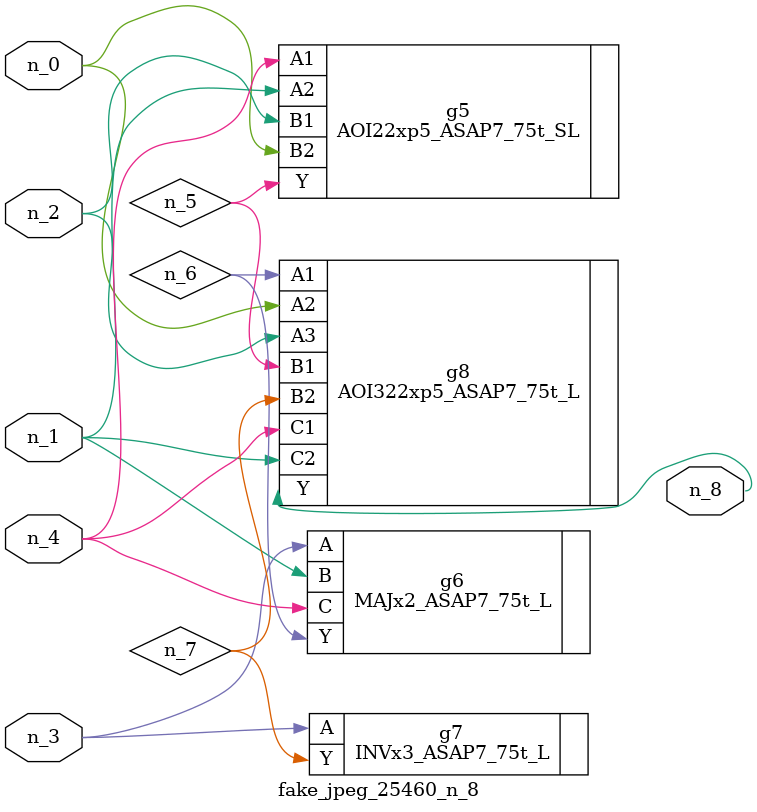
<source format=v>
module fake_jpeg_25460_n_8 (n_3, n_2, n_1, n_0, n_4, n_8);

input n_3;
input n_2;
input n_1;
input n_0;
input n_4;

output n_8;

wire n_6;
wire n_5;
wire n_7;

AOI22xp5_ASAP7_75t_SL g5 ( 
.A1(n_4),
.A2(n_1),
.B1(n_2),
.B2(n_0),
.Y(n_5)
);

MAJx2_ASAP7_75t_L g6 ( 
.A(n_3),
.B(n_1),
.C(n_4),
.Y(n_6)
);

INVx3_ASAP7_75t_L g7 ( 
.A(n_3),
.Y(n_7)
);

AOI322xp5_ASAP7_75t_L g8 ( 
.A1(n_6),
.A2(n_0),
.A3(n_2),
.B1(n_5),
.B2(n_7),
.C1(n_4),
.C2(n_1),
.Y(n_8)
);


endmodule
</source>
